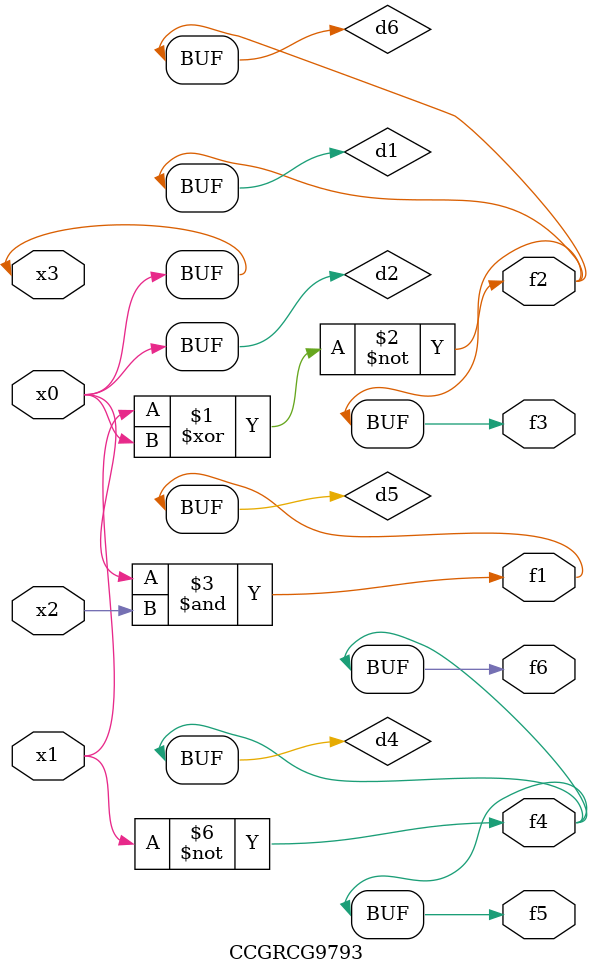
<source format=v>
module CCGRCG9793(
	input x0, x1, x2, x3,
	output f1, f2, f3, f4, f5, f6
);

	wire d1, d2, d3, d4, d5, d6;

	xnor (d1, x1, x3);
	buf (d2, x0, x3);
	nand (d3, x0, x2);
	not (d4, x1);
	nand (d5, d3);
	or (d6, d1);
	assign f1 = d5;
	assign f2 = d6;
	assign f3 = d6;
	assign f4 = d4;
	assign f5 = d4;
	assign f6 = d4;
endmodule

</source>
